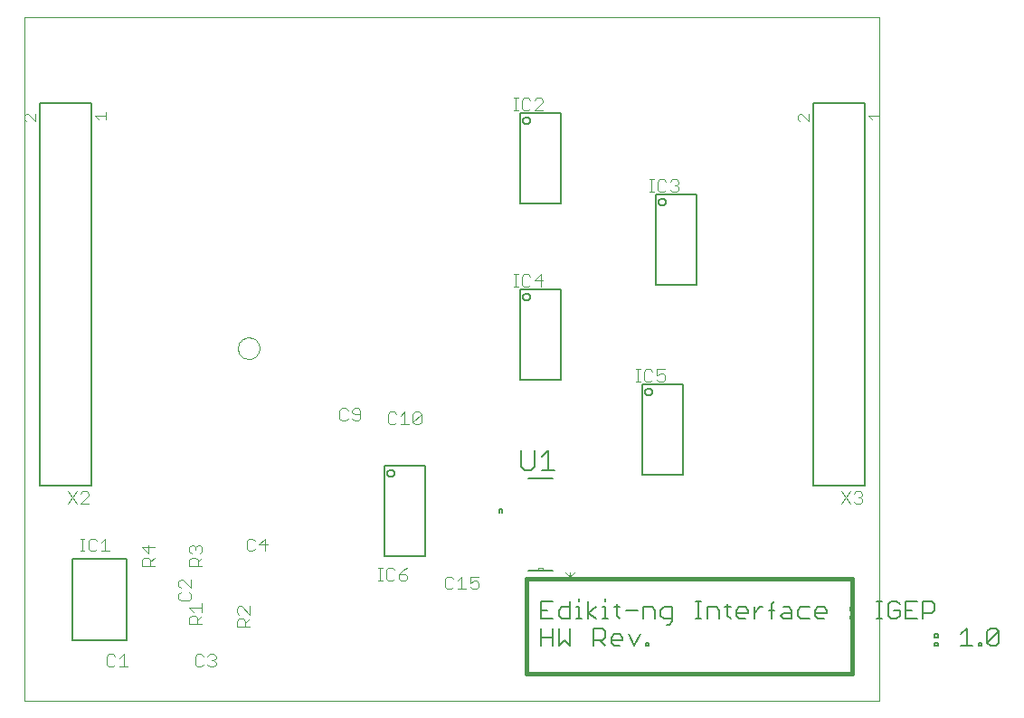
<source format=gto>
G75*
G70*
%OFA0B0*%
%FSLAX24Y24*%
%IPPOS*%
%LPD*%
%AMOC8*
5,1,8,0,0,1.08239X$1,22.5*
%
%ADD10C,0.0000*%
%ADD11C,0.0060*%
%ADD12C,0.0160*%
%ADD13C,0.0030*%
%ADD14C,0.0080*%
%ADD15C,0.0040*%
%ADD16C,0.0050*%
D10*
X003296Y000101D02*
X003296Y025298D01*
X034788Y025298D01*
X034788Y000101D01*
X003296Y000101D01*
X011152Y013101D02*
X011154Y013140D01*
X011160Y013179D01*
X011170Y013217D01*
X011183Y013254D01*
X011200Y013289D01*
X011220Y013323D01*
X011244Y013354D01*
X011271Y013383D01*
X011300Y013409D01*
X011332Y013432D01*
X011366Y013452D01*
X011402Y013468D01*
X011439Y013480D01*
X011478Y013489D01*
X011517Y013494D01*
X011556Y013495D01*
X011595Y013492D01*
X011634Y013485D01*
X011671Y013474D01*
X011708Y013460D01*
X011743Y013442D01*
X011776Y013421D01*
X011807Y013396D01*
X011835Y013369D01*
X011860Y013339D01*
X011882Y013306D01*
X011901Y013272D01*
X011916Y013236D01*
X011928Y013198D01*
X011936Y013160D01*
X011940Y013121D01*
X011940Y013081D01*
X011936Y013042D01*
X011928Y013004D01*
X011916Y012966D01*
X011901Y012930D01*
X011882Y012896D01*
X011860Y012863D01*
X011835Y012833D01*
X011807Y012806D01*
X011776Y012781D01*
X011743Y012760D01*
X011708Y012742D01*
X011671Y012728D01*
X011634Y012717D01*
X011595Y012710D01*
X011556Y012707D01*
X011517Y012708D01*
X011478Y012713D01*
X011439Y012722D01*
X011402Y012734D01*
X011366Y012750D01*
X011332Y012770D01*
X011300Y012793D01*
X011271Y012819D01*
X011244Y012848D01*
X011220Y012879D01*
X011200Y012913D01*
X011183Y012948D01*
X011170Y012985D01*
X011160Y013023D01*
X011154Y013062D01*
X011152Y013101D01*
X022176Y004891D02*
X022177Y004912D01*
X022182Y004932D01*
X022190Y004952D01*
X022201Y004969D01*
X022215Y004985D01*
X022232Y004997D01*
X022250Y005007D01*
X022270Y005013D01*
X022291Y005016D01*
X022312Y005015D01*
X022332Y005010D01*
X022352Y005002D01*
X022369Y004991D01*
X022385Y004977D01*
X022397Y004960D01*
X022407Y004942D01*
X022413Y004922D01*
X022416Y004901D01*
D11*
X022746Y004901D01*
X022416Y004901D02*
X021846Y004901D01*
X022326Y003771D02*
X022326Y003131D01*
X022753Y003131D01*
X022970Y003238D02*
X022970Y003451D01*
X023077Y003558D01*
X023397Y003558D01*
X023397Y003771D02*
X023397Y003131D01*
X023077Y003131D01*
X022970Y003238D01*
X022539Y003451D02*
X022326Y003451D01*
X022326Y003771D02*
X022753Y003771D01*
X023615Y003558D02*
X023722Y003558D01*
X023722Y003131D01*
X023828Y003131D02*
X023615Y003131D01*
X024044Y003131D02*
X024044Y003771D01*
X023722Y003771D02*
X023722Y003878D01*
X024044Y003344D02*
X024365Y003558D01*
X024582Y003558D02*
X024688Y003558D01*
X024688Y003131D01*
X024582Y003131D02*
X024795Y003131D01*
X025118Y003238D02*
X025225Y003131D01*
X025118Y003238D02*
X025118Y003665D01*
X025011Y003558D02*
X025225Y003558D01*
X025441Y003451D02*
X025868Y003451D01*
X026085Y003558D02*
X026085Y003131D01*
X026512Y003131D02*
X026512Y003451D01*
X026406Y003558D01*
X026085Y003558D01*
X026730Y003451D02*
X026730Y003238D01*
X026837Y003131D01*
X027157Y003131D01*
X027157Y003024D02*
X027157Y003558D01*
X026837Y003558D01*
X026730Y003451D01*
X026944Y002917D02*
X027050Y002917D01*
X027157Y003024D01*
X028019Y003131D02*
X028233Y003131D01*
X028126Y003131D02*
X028126Y003771D01*
X028019Y003771D02*
X028233Y003771D01*
X028449Y003558D02*
X028769Y003558D01*
X028876Y003451D01*
X028876Y003131D01*
X029200Y003238D02*
X029307Y003131D01*
X029200Y003238D02*
X029200Y003665D01*
X029093Y003558D02*
X029307Y003558D01*
X029523Y003451D02*
X029630Y003558D01*
X029843Y003558D01*
X029950Y003451D01*
X029950Y003344D01*
X029523Y003344D01*
X029523Y003238D02*
X029523Y003451D01*
X029523Y003238D02*
X029630Y003131D01*
X029843Y003131D01*
X030167Y003131D02*
X030167Y003558D01*
X030167Y003344D02*
X030381Y003558D01*
X030488Y003558D01*
X030705Y003451D02*
X030918Y003451D01*
X030811Y003665D02*
X030811Y003131D01*
X031134Y003238D02*
X031241Y003344D01*
X031561Y003344D01*
X031561Y003451D02*
X031561Y003131D01*
X031241Y003131D01*
X031134Y003238D01*
X031454Y003558D02*
X031561Y003451D01*
X031454Y003558D02*
X031241Y003558D01*
X030918Y003771D02*
X030811Y003665D01*
X031779Y003451D02*
X031779Y003238D01*
X031886Y003131D01*
X032206Y003131D01*
X032423Y003238D02*
X032423Y003451D01*
X032530Y003558D01*
X032744Y003558D01*
X032850Y003451D01*
X032850Y003344D01*
X032423Y003344D01*
X032423Y003238D02*
X032530Y003131D01*
X032744Y003131D01*
X032206Y003558D02*
X031886Y003558D01*
X031779Y003451D01*
X033712Y003451D02*
X033712Y003558D01*
X033819Y003558D01*
X033819Y003451D01*
X033712Y003451D01*
X033712Y003238D02*
X033712Y003131D01*
X033819Y003131D01*
X033819Y003238D01*
X033712Y003238D01*
X034679Y003131D02*
X034893Y003131D01*
X034786Y003131D02*
X034786Y003771D01*
X034679Y003771D02*
X034893Y003771D01*
X035109Y003665D02*
X035109Y003238D01*
X035216Y003131D01*
X035429Y003131D01*
X035536Y003238D01*
X035536Y003451D01*
X035322Y003451D01*
X035109Y003665D02*
X035216Y003771D01*
X035429Y003771D01*
X035536Y003665D01*
X035753Y003771D02*
X035753Y003131D01*
X036180Y003131D01*
X036398Y003131D02*
X036398Y003771D01*
X036718Y003771D01*
X036825Y003665D01*
X036825Y003451D01*
X036718Y003344D01*
X036398Y003344D01*
X035967Y003451D02*
X035753Y003451D01*
X035753Y003771D02*
X036180Y003771D01*
X036828Y002558D02*
X036828Y002451D01*
X036934Y002451D01*
X036934Y002558D01*
X036828Y002558D01*
X037794Y002558D02*
X038008Y002771D01*
X038008Y002131D01*
X038221Y002131D02*
X037794Y002131D01*
X038439Y002131D02*
X038546Y002131D01*
X038546Y002238D01*
X038439Y002238D01*
X038439Y002131D01*
X038761Y002238D02*
X039188Y002665D01*
X039188Y002238D01*
X039081Y002131D01*
X038868Y002131D01*
X038761Y002238D01*
X038761Y002665D01*
X038868Y002771D01*
X039081Y002771D01*
X039188Y002665D01*
X036934Y002238D02*
X036934Y002131D01*
X036828Y002131D01*
X036828Y002238D01*
X036934Y002238D01*
X028449Y003131D02*
X028449Y003558D01*
X026300Y002238D02*
X026300Y002131D01*
X026193Y002131D01*
X026193Y002238D01*
X026300Y002238D01*
X025975Y002558D02*
X025762Y002131D01*
X025548Y002558D01*
X025331Y002451D02*
X025331Y002344D01*
X024904Y002344D01*
X024904Y002238D02*
X024904Y002451D01*
X025011Y002558D01*
X025224Y002558D01*
X025331Y002451D01*
X025224Y002131D02*
X025011Y002131D01*
X024904Y002238D01*
X024686Y002131D02*
X024473Y002344D01*
X024580Y002344D02*
X024259Y002344D01*
X024259Y002131D02*
X024259Y002771D01*
X024580Y002771D01*
X024686Y002665D01*
X024686Y002451D01*
X024580Y002344D01*
X024365Y003131D02*
X024044Y003344D01*
X024688Y003771D02*
X024688Y003878D01*
X023397Y002771D02*
X023397Y002131D01*
X023184Y002344D01*
X022970Y002131D01*
X022970Y002771D01*
X022753Y002771D02*
X022753Y002131D01*
X022753Y002451D02*
X022326Y002451D01*
X022326Y002131D02*
X022326Y002771D01*
X020876Y007021D02*
X020876Y007181D01*
X020776Y007181D01*
X020776Y007021D01*
X021846Y008301D02*
X022746Y008301D01*
D12*
X021796Y004601D02*
X033796Y004601D01*
X033796Y001101D01*
X021796Y001101D01*
X021796Y004601D01*
D13*
X023227Y004524D02*
X023541Y004837D01*
X023541Y004681D02*
X023227Y004681D01*
X023227Y004837D02*
X023541Y004524D01*
X023384Y004524D02*
X023384Y004837D01*
X031864Y021465D02*
X031797Y021532D01*
X031797Y021667D01*
X031864Y021734D01*
X031931Y021734D01*
X032200Y021465D01*
X032200Y021734D01*
X034381Y021668D02*
X034784Y021668D01*
X034784Y021534D02*
X034784Y021803D01*
X034515Y021534D02*
X034381Y021668D01*
X006284Y021668D02*
X005881Y021668D01*
X006015Y021534D01*
X006284Y021534D02*
X006284Y021803D01*
X003700Y021734D02*
X003700Y021465D01*
X003431Y021734D01*
X003364Y021734D01*
X003297Y021667D01*
X003297Y021532D01*
X003364Y021465D01*
D14*
X003841Y022152D02*
X005750Y022152D01*
X005750Y008050D01*
X003841Y008050D01*
X003841Y022152D01*
X021548Y021776D02*
X021548Y018426D01*
X023044Y018426D01*
X023044Y021776D01*
X021548Y021776D01*
X021656Y021491D02*
X021658Y021513D01*
X021664Y021535D01*
X021673Y021555D01*
X021686Y021573D01*
X021702Y021589D01*
X021720Y021602D01*
X021740Y021611D01*
X021762Y021617D01*
X021784Y021619D01*
X021806Y021617D01*
X021828Y021611D01*
X021848Y021602D01*
X021866Y021589D01*
X021882Y021573D01*
X021895Y021555D01*
X021904Y021535D01*
X021910Y021513D01*
X021912Y021491D01*
X021910Y021469D01*
X021904Y021447D01*
X021895Y021427D01*
X021882Y021409D01*
X021866Y021393D01*
X021848Y021380D01*
X021828Y021371D01*
X021806Y021365D01*
X021784Y021363D01*
X021762Y021365D01*
X021740Y021371D01*
X021720Y021380D01*
X021702Y021393D01*
X021686Y021409D01*
X021673Y021427D01*
X021664Y021447D01*
X021658Y021469D01*
X021656Y021491D01*
X026548Y018776D02*
X028044Y018776D01*
X028044Y015426D01*
X026548Y015426D01*
X026548Y018776D01*
X026656Y018491D02*
X026658Y018513D01*
X026664Y018535D01*
X026673Y018555D01*
X026686Y018573D01*
X026702Y018589D01*
X026720Y018602D01*
X026740Y018611D01*
X026762Y018617D01*
X026784Y018619D01*
X026806Y018617D01*
X026828Y018611D01*
X026848Y018602D01*
X026866Y018589D01*
X026882Y018573D01*
X026895Y018555D01*
X026904Y018535D01*
X026910Y018513D01*
X026912Y018491D01*
X026910Y018469D01*
X026904Y018447D01*
X026895Y018427D01*
X026882Y018409D01*
X026866Y018393D01*
X026848Y018380D01*
X026828Y018371D01*
X026806Y018365D01*
X026784Y018363D01*
X026762Y018365D01*
X026740Y018371D01*
X026720Y018380D01*
X026702Y018393D01*
X026686Y018409D01*
X026673Y018427D01*
X026664Y018447D01*
X026658Y018469D01*
X026656Y018491D01*
X023044Y015276D02*
X021548Y015276D01*
X021548Y011926D01*
X023044Y011926D01*
X023044Y015276D01*
X021656Y014991D02*
X021658Y015013D01*
X021664Y015035D01*
X021673Y015055D01*
X021686Y015073D01*
X021702Y015089D01*
X021720Y015102D01*
X021740Y015111D01*
X021762Y015117D01*
X021784Y015119D01*
X021806Y015117D01*
X021828Y015111D01*
X021848Y015102D01*
X021866Y015089D01*
X021882Y015073D01*
X021895Y015055D01*
X021904Y015035D01*
X021910Y015013D01*
X021912Y014991D01*
X021910Y014969D01*
X021904Y014947D01*
X021895Y014927D01*
X021882Y014909D01*
X021866Y014893D01*
X021848Y014880D01*
X021828Y014871D01*
X021806Y014865D01*
X021784Y014863D01*
X021762Y014865D01*
X021740Y014871D01*
X021720Y014880D01*
X021702Y014893D01*
X021686Y014909D01*
X021673Y014927D01*
X021664Y014947D01*
X021658Y014969D01*
X021656Y014991D01*
X026048Y011776D02*
X027544Y011776D01*
X027544Y008426D01*
X026048Y008426D01*
X026048Y011776D01*
X026156Y011491D02*
X026158Y011513D01*
X026164Y011535D01*
X026173Y011555D01*
X026186Y011573D01*
X026202Y011589D01*
X026220Y011602D01*
X026240Y011611D01*
X026262Y011617D01*
X026284Y011619D01*
X026306Y011617D01*
X026328Y011611D01*
X026348Y011602D01*
X026366Y011589D01*
X026382Y011573D01*
X026395Y011555D01*
X026404Y011535D01*
X026410Y011513D01*
X026412Y011491D01*
X026410Y011469D01*
X026404Y011447D01*
X026395Y011427D01*
X026382Y011409D01*
X026366Y011393D01*
X026348Y011380D01*
X026328Y011371D01*
X026306Y011365D01*
X026284Y011363D01*
X026262Y011365D01*
X026240Y011371D01*
X026220Y011380D01*
X026202Y011393D01*
X026186Y011409D01*
X026173Y011427D01*
X026164Y011447D01*
X026158Y011469D01*
X026156Y011491D01*
X022584Y009344D02*
X022584Y008603D01*
X022337Y008603D02*
X022831Y008603D01*
X022337Y009097D02*
X022584Y009344D01*
X022076Y009344D02*
X022076Y008726D01*
X021952Y008603D01*
X021706Y008603D01*
X021582Y008726D01*
X021582Y009344D01*
X018044Y008776D02*
X016548Y008776D01*
X016548Y005426D01*
X018044Y005426D01*
X018044Y008776D01*
X016656Y008491D02*
X016658Y008513D01*
X016664Y008535D01*
X016673Y008555D01*
X016686Y008573D01*
X016702Y008589D01*
X016720Y008602D01*
X016740Y008611D01*
X016762Y008617D01*
X016784Y008619D01*
X016806Y008617D01*
X016828Y008611D01*
X016848Y008602D01*
X016866Y008589D01*
X016882Y008573D01*
X016895Y008555D01*
X016904Y008535D01*
X016910Y008513D01*
X016912Y008491D01*
X016910Y008469D01*
X016904Y008447D01*
X016895Y008427D01*
X016882Y008409D01*
X016866Y008393D01*
X016848Y008380D01*
X016828Y008371D01*
X016806Y008365D01*
X016784Y008363D01*
X016762Y008365D01*
X016740Y008371D01*
X016720Y008380D01*
X016702Y008393D01*
X016686Y008409D01*
X016673Y008427D01*
X016664Y008447D01*
X016658Y008469D01*
X016656Y008491D01*
X032341Y008050D02*
X034250Y008050D01*
X034250Y022152D01*
X032341Y022152D01*
X032341Y008050D01*
D15*
X033395Y007831D02*
X033702Y007371D01*
X033855Y007447D02*
X033932Y007371D01*
X034086Y007371D01*
X034162Y007447D01*
X034162Y007524D01*
X034086Y007601D01*
X034009Y007601D01*
X034086Y007601D02*
X034162Y007678D01*
X034162Y007754D01*
X034086Y007831D01*
X033932Y007831D01*
X033855Y007754D01*
X033702Y007831D02*
X033395Y007371D01*
X026890Y011947D02*
X026813Y011871D01*
X026660Y011871D01*
X026583Y011947D01*
X026430Y011947D02*
X026353Y011871D01*
X026199Y011871D01*
X026123Y011947D01*
X026123Y012254D01*
X026199Y012331D01*
X026353Y012331D01*
X026430Y012254D01*
X026583Y012331D02*
X026583Y012101D01*
X026736Y012178D01*
X026813Y012178D01*
X026890Y012101D01*
X026890Y011947D01*
X026890Y012331D02*
X026583Y012331D01*
X025969Y012331D02*
X025816Y012331D01*
X025892Y012331D02*
X025892Y011871D01*
X025816Y011871D02*
X025969Y011871D01*
X022313Y015371D02*
X022313Y015831D01*
X022083Y015601D01*
X022390Y015601D01*
X021930Y015447D02*
X021853Y015371D01*
X021699Y015371D01*
X021623Y015447D01*
X021623Y015754D01*
X021699Y015831D01*
X021853Y015831D01*
X021930Y015754D01*
X021469Y015831D02*
X021316Y015831D01*
X021392Y015831D02*
X021392Y015371D01*
X021316Y015371D02*
X021469Y015371D01*
X026316Y018871D02*
X026469Y018871D01*
X026392Y018871D02*
X026392Y019331D01*
X026316Y019331D02*
X026469Y019331D01*
X026623Y019254D02*
X026623Y018947D01*
X026699Y018871D01*
X026853Y018871D01*
X026930Y018947D01*
X027083Y018947D02*
X027160Y018871D01*
X027313Y018871D01*
X027390Y018947D01*
X027390Y019024D01*
X027313Y019101D01*
X027236Y019101D01*
X027313Y019101D02*
X027390Y019178D01*
X027390Y019254D01*
X027313Y019331D01*
X027160Y019331D01*
X027083Y019254D01*
X026930Y019254D02*
X026853Y019331D01*
X026699Y019331D01*
X026623Y019254D01*
X022390Y021871D02*
X022083Y021871D01*
X022390Y022178D01*
X022390Y022254D01*
X022313Y022331D01*
X022160Y022331D01*
X022083Y022254D01*
X021930Y022254D02*
X021853Y022331D01*
X021699Y022331D01*
X021623Y022254D01*
X021623Y021947D01*
X021699Y021871D01*
X021853Y021871D01*
X021930Y021947D01*
X021469Y021871D02*
X021316Y021871D01*
X021392Y021871D02*
X021392Y022331D01*
X021316Y022331D02*
X021469Y022331D01*
X017829Y010756D02*
X017906Y010679D01*
X017599Y010372D01*
X017676Y010296D01*
X017829Y010296D01*
X017906Y010372D01*
X017906Y010679D01*
X017829Y010756D02*
X017676Y010756D01*
X017599Y010679D01*
X017599Y010372D01*
X017446Y010296D02*
X017139Y010296D01*
X017292Y010296D02*
X017292Y010756D01*
X017139Y010602D01*
X016985Y010679D02*
X016908Y010756D01*
X016755Y010756D01*
X016678Y010679D01*
X016678Y010372D01*
X016755Y010296D01*
X016908Y010296D01*
X016985Y010372D01*
X015666Y010510D02*
X015666Y010817D01*
X015589Y010894D01*
X015436Y010894D01*
X015359Y010817D01*
X015359Y010740D01*
X015436Y010664D01*
X015666Y010664D01*
X015666Y010510D02*
X015589Y010433D01*
X015436Y010433D01*
X015359Y010510D01*
X015205Y010510D02*
X015129Y010433D01*
X014975Y010433D01*
X014899Y010510D01*
X014899Y010817D01*
X014975Y010894D01*
X015129Y010894D01*
X015205Y010817D01*
X012161Y006087D02*
X011931Y005857D01*
X012237Y005857D01*
X012161Y005627D02*
X012161Y006087D01*
X011777Y006011D02*
X011700Y006087D01*
X011547Y006087D01*
X011470Y006011D01*
X011470Y005704D01*
X011547Y005627D01*
X011700Y005627D01*
X011777Y005704D01*
X009826Y005761D02*
X009826Y005608D01*
X009749Y005531D01*
X009826Y005378D02*
X009672Y005224D01*
X009672Y005301D02*
X009672Y005071D01*
X009826Y005071D02*
X009365Y005071D01*
X009365Y005301D01*
X009442Y005378D01*
X009596Y005378D01*
X009672Y005301D01*
X009442Y005531D02*
X009365Y005608D01*
X009365Y005761D01*
X009442Y005838D01*
X009519Y005838D01*
X009596Y005761D01*
X009672Y005838D01*
X009749Y005838D01*
X009826Y005761D01*
X009596Y005761D02*
X009596Y005685D01*
X008076Y005761D02*
X007615Y005761D01*
X007846Y005531D01*
X007846Y005838D01*
X007846Y005378D02*
X007692Y005378D01*
X007615Y005301D01*
X007615Y005071D01*
X008076Y005071D01*
X007922Y005071D02*
X007922Y005301D01*
X007846Y005378D01*
X007922Y005224D02*
X008076Y005378D01*
X008965Y004491D02*
X008965Y004337D01*
X009042Y004260D01*
X009042Y004107D02*
X008965Y004030D01*
X008965Y003877D01*
X009042Y003800D01*
X009349Y003800D01*
X009426Y003877D01*
X009426Y004030D01*
X009349Y004107D01*
X009426Y004260D02*
X009119Y004567D01*
X009042Y004567D01*
X008965Y004491D01*
X009426Y004567D02*
X009426Y004260D01*
X009820Y003692D02*
X009820Y003385D01*
X009820Y003232D02*
X009666Y003079D01*
X009666Y003155D02*
X009666Y002925D01*
X009820Y002925D02*
X009359Y002925D01*
X009359Y003155D01*
X009436Y003232D01*
X009590Y003232D01*
X009666Y003155D01*
X009513Y003385D02*
X009359Y003539D01*
X009820Y003539D01*
X011115Y003511D02*
X011115Y003358D01*
X011192Y003281D01*
X011192Y003128D02*
X011346Y003128D01*
X011422Y003051D01*
X011422Y002821D01*
X011422Y002974D02*
X011576Y003128D01*
X011576Y003281D02*
X011269Y003588D01*
X011192Y003588D01*
X011115Y003511D01*
X011192Y003128D02*
X011115Y003051D01*
X011115Y002821D01*
X011576Y002821D01*
X011576Y003281D02*
X011576Y003588D01*
X010260Y001825D02*
X010107Y001825D01*
X010030Y001748D01*
X009877Y001748D02*
X009800Y001825D01*
X009646Y001825D01*
X009570Y001748D01*
X009570Y001441D01*
X009646Y001364D01*
X009800Y001364D01*
X009877Y001441D01*
X010030Y001441D02*
X010107Y001364D01*
X010260Y001364D01*
X010337Y001441D01*
X010337Y001518D01*
X010260Y001595D01*
X010184Y001595D01*
X010260Y001595D02*
X010337Y001671D01*
X010337Y001748D01*
X010260Y001825D01*
X007087Y001364D02*
X006780Y001364D01*
X006934Y001364D02*
X006934Y001825D01*
X006780Y001671D01*
X006627Y001748D02*
X006550Y001825D01*
X006396Y001825D01*
X006320Y001748D01*
X006320Y001441D01*
X006396Y001364D01*
X006550Y001364D01*
X006627Y001441D01*
X006412Y005621D02*
X006105Y005621D01*
X006259Y005621D02*
X006259Y006081D01*
X006105Y005928D01*
X005952Y006004D02*
X005875Y006081D01*
X005722Y006081D01*
X005645Y006004D01*
X005645Y005697D01*
X005722Y005621D01*
X005875Y005621D01*
X005952Y005697D01*
X005491Y005621D02*
X005338Y005621D01*
X005415Y005621D02*
X005415Y006081D01*
X005491Y006081D02*
X005338Y006081D01*
X005355Y007371D02*
X005662Y007678D01*
X005662Y007754D01*
X005586Y007831D01*
X005432Y007831D01*
X005355Y007754D01*
X005202Y007831D02*
X004895Y007371D01*
X005202Y007371D02*
X004895Y007831D01*
X005355Y007371D02*
X005662Y007371D01*
X016316Y005000D02*
X016469Y005000D01*
X016392Y005000D02*
X016392Y004540D01*
X016316Y004540D02*
X016469Y004540D01*
X016623Y004617D02*
X016699Y004540D01*
X016853Y004540D01*
X016930Y004617D01*
X017083Y004617D02*
X017160Y004540D01*
X017313Y004540D01*
X017390Y004617D01*
X017390Y004694D01*
X017313Y004770D01*
X017083Y004770D01*
X017083Y004617D01*
X017083Y004770D02*
X017236Y004924D01*
X017390Y005000D01*
X016930Y004924D02*
X016853Y005000D01*
X016699Y005000D01*
X016623Y004924D01*
X016623Y004617D01*
X018785Y004604D02*
X018785Y004297D01*
X018861Y004221D01*
X019015Y004221D01*
X019091Y004297D01*
X019245Y004221D02*
X019552Y004221D01*
X019398Y004221D02*
X019398Y004681D01*
X019245Y004528D01*
X019091Y004604D02*
X019015Y004681D01*
X018861Y004681D01*
X018785Y004604D01*
X019705Y004681D02*
X019705Y004451D01*
X019859Y004528D01*
X019935Y004528D01*
X020012Y004451D01*
X020012Y004297D01*
X019935Y004221D01*
X019782Y004221D01*
X019705Y004297D01*
X019705Y004681D02*
X020012Y004681D01*
D16*
X007046Y005351D02*
X007046Y002351D01*
X005046Y002351D01*
X005046Y005351D01*
X007046Y005351D01*
M02*

</source>
